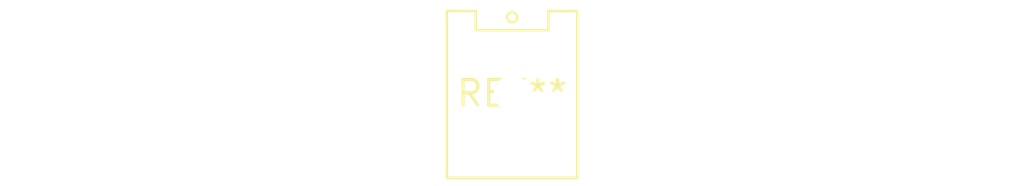
<source format=kicad_pcb>
(kicad_pcb (version 20240108) (generator pcbnew)
  (layers (0 "F.Cu" signal) (31 "B.Cu" signal) (34 "B.Paste" user) (35 "F.Paste" user) (36 "B.SilkS" user "B.Silkscreen") (37 "F.SilkS" user "F.Silkscreen") (38 "B.Mask" user) (39 "F.Mask" user) (44 "Edge.Cuts" user))
  (net 0 "")
  (footprint "Hirose_DF63M-1P-3.96DSA_1x01_P3.96mm_Vertical" (layer "F.Cu") (at 0 0)
    (property "Reference" "REF**")
    (property "Value" "Hirose_DF63M-1P-3.96DSA_1x01_P3.96mm_Vertical")
    (fp_line (start -3.21 -4.06) (end -1.79 -4.06) (layer "F.SilkS") (stroke (width 0.12)))
    (fp_line (start -3.21 4.16) (end -3.21 -4.06) (layer "F.SilkS") (stroke (width 0.12)))
    (fp_line (start -1.79 -4.06) (end -1.79 -3.11) (layer "F.SilkS") (stroke (width 0.12)))
    (fp_line (start -1.79 -3.11) (end 0 -3.11) (layer "F.SilkS") (stroke (width 0.12)))
    (fp_line (start 0 4.16) (end -3.21 4.16) (layer "F.SilkS") (stroke (width 0.12)))
    (fp_line (start 0 4.16) (end 3.21 4.16) (layer "F.SilkS") (stroke (width 0.12)))
    (fp_line (start 1.79 -4.06) (end 1.79 -3.11) (layer "F.SilkS") (stroke (width 0.12)))
    (fp_line (start 1.79 -3.11) (end 0 -3.11) (layer "F.SilkS") (stroke (width 0.12)))
    (fp_line (start 3.21 -4.06) (end 1.79 -4.06) (layer "F.SilkS") (stroke (width 0.12)))
    (fp_line (start 3.21 4.16) (end 3.21 -4.06) (layer "F.SilkS") (stroke (width 0.12)))
    (fp_circle (center 0 -3.75) (end 0.25 -3.75) (layer "F.SilkS") (stroke (width 0.12)) (fill none))
    (pad "" np_thru_hole circle (at -1.5 3.25) (size 1.6 1.6) (drill 1.6) (layers *.Cu *.Mask))
    (pad "1" thru_hole roundrect (at 0 0) (size 2.46 2.8) (drill 1.8) (layers *.Cu *.Mask) (remove_unused_layers) (roundrect_rratio 0.101626))
  )
)
</source>
